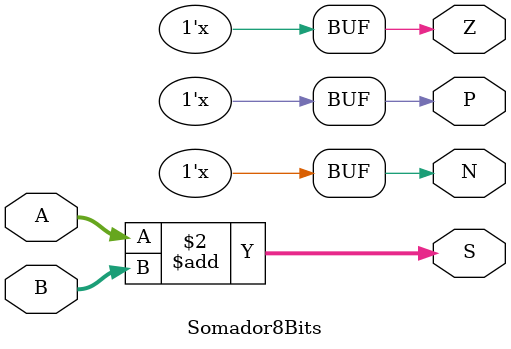
<source format=sv>
parameter N_BITS = 8;
module Somador8Bits(input logic signed [N_BITS - 1:0] A, B,
                    output logic signed [N_BITS - 1:0] S,
                   output logic Z, N, P);
  always_comb begin 
	S <= A + B; // Soma dois números de 8 bits
	Z <= S == 0; // Checa se a soma é zero
  	N <= S < 0; // Checa se a soma é menor que zero
  	P <= S%2 ==0; // Checa se a soma é par
  end
endmodule

</source>
